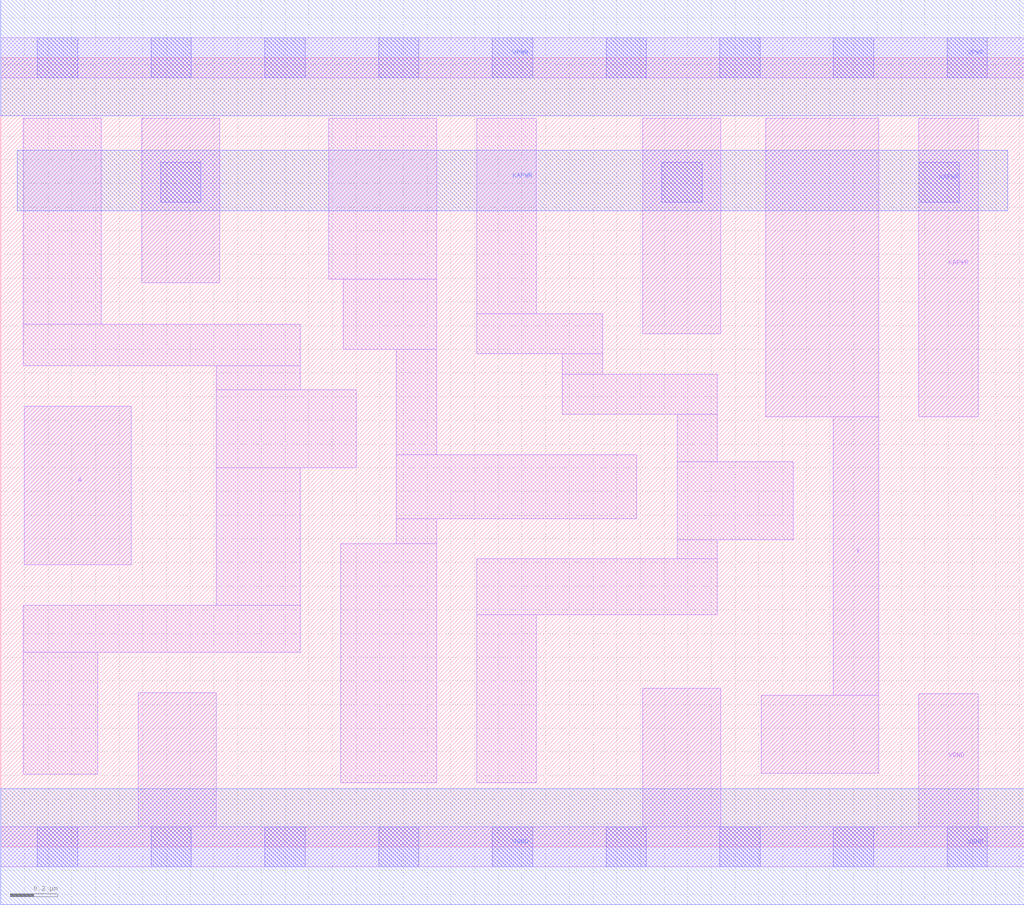
<source format=lef>
# Copyright 2020 The SkyWater PDK Authors
#
# Licensed under the Apache License, Version 2.0 (the "License");
# you may not use this file except in compliance with the License.
# You may obtain a copy of the License at
#
#     https://www.apache.org/licenses/LICENSE-2.0
#
# Unless required by applicable law or agreed to in writing, software
# distributed under the License is distributed on an "AS IS" BASIS,
# WITHOUT WARRANTIES OR CONDITIONS OF ANY KIND, either express or implied.
# See the License for the specific language governing permissions and
# limitations under the License.
#
# SPDX-License-Identifier: Apache-2.0

VERSION 5.7 ;
  NAMESCASESENSITIVE ON ;
  NOWIREEXTENSIONATPIN ON ;
  DIVIDERCHAR "/" ;
  BUSBITCHARS "[]" ;
UNITS
  DATABASE MICRONS 200 ;
END UNITS
MACRO sky130_fd_sc_lp__dlybuf4s15kapwr_2
  CLASS CORE ;
  SOURCE USER ;
  FOREIGN sky130_fd_sc_lp__dlybuf4s15kapwr_2 ;
  ORIGIN  0.000000  0.000000 ;
  SIZE  4.320000 BY  3.330000 ;
  SYMMETRY X Y ;
  SITE unit ;
  PIN A
    ANTENNAGATEAREA  0.252000 ;
    DIRECTION INPUT ;
    USE SIGNAL ;
    PORT
      LAYER li1 ;
        RECT 0.100000 1.190000 0.550000 1.860000 ;
    END
  END A
  PIN X
    ANTENNADIFFAREA  0.470400 ;
    DIRECTION OUTPUT ;
    USE SIGNAL ;
    PORT
      LAYER li1 ;
        RECT 3.210000 0.310000 3.705000 0.640000 ;
        RECT 3.230000 1.815000 3.705000 3.075000 ;
        RECT 3.515000 0.640000 3.705000 1.815000 ;
    END
  END X
  PIN KAPWR
    DIRECTION INOUT ;
    USE POWER ;
    PORT
      LAYER li1 ;
        RECT 0.595000 2.380000 0.925000 3.075000 ;
        RECT 2.710000 2.165000 3.040000 3.075000 ;
        RECT 3.875000 1.815000 4.125000 3.075000 ;
      LAYER mcon ;
        RECT 0.675000 2.720000 0.845000 2.890000 ;
        RECT 2.790000 2.720000 2.960000 2.890000 ;
        RECT 3.875000 2.720000 4.045000 2.890000 ;
      LAYER met1 ;
        RECT 0.070000 2.685000 4.250000 2.940000 ;
    END
  END KAPWR
  PIN VGND
    DIRECTION INOUT ;
    USE GROUND ;
    PORT
      LAYER li1 ;
        RECT 0.000000 -0.085000 4.320000 0.085000 ;
        RECT 0.580000  0.085000 0.910000 0.650000 ;
        RECT 2.710000  0.085000 3.040000 0.670000 ;
        RECT 3.875000  0.085000 4.125000 0.645000 ;
      LAYER mcon ;
        RECT 0.155000 -0.085000 0.325000 0.085000 ;
        RECT 0.635000 -0.085000 0.805000 0.085000 ;
        RECT 1.115000 -0.085000 1.285000 0.085000 ;
        RECT 1.595000 -0.085000 1.765000 0.085000 ;
        RECT 2.075000 -0.085000 2.245000 0.085000 ;
        RECT 2.555000 -0.085000 2.725000 0.085000 ;
        RECT 3.035000 -0.085000 3.205000 0.085000 ;
        RECT 3.515000 -0.085000 3.685000 0.085000 ;
        RECT 3.995000 -0.085000 4.165000 0.085000 ;
      LAYER met1 ;
        RECT 0.000000 -0.245000 4.320000 0.245000 ;
    END
  END VGND
  PIN VPWR
    DIRECTION INOUT ;
    USE POWER ;
    PORT
      LAYER li1 ;
        RECT 0.000000 3.245000 4.320000 3.415000 ;
      LAYER mcon ;
        RECT 0.155000 3.245000 0.325000 3.415000 ;
        RECT 0.635000 3.245000 0.805000 3.415000 ;
        RECT 1.115000 3.245000 1.285000 3.415000 ;
        RECT 1.595000 3.245000 1.765000 3.415000 ;
        RECT 2.075000 3.245000 2.245000 3.415000 ;
        RECT 2.555000 3.245000 2.725000 3.415000 ;
        RECT 3.035000 3.245000 3.205000 3.415000 ;
        RECT 3.515000 3.245000 3.685000 3.415000 ;
        RECT 3.995000 3.245000 4.165000 3.415000 ;
      LAYER met1 ;
        RECT 0.000000 3.085000 4.320000 3.575000 ;
    END
  END VPWR
  OBS
    LAYER li1 ;
      RECT 0.095000 0.305000 0.410000 0.820000 ;
      RECT 0.095000 0.820000 1.265000 1.020000 ;
      RECT 0.095000 2.030000 1.265000 2.205000 ;
      RECT 0.095000 2.205000 0.425000 3.075000 ;
      RECT 0.910000 1.020000 1.265000 1.600000 ;
      RECT 0.910000 1.600000 1.500000 1.930000 ;
      RECT 0.910000 1.930000 1.265000 2.030000 ;
      RECT 1.385000 2.395000 1.840000 3.075000 ;
      RECT 1.435000 0.270000 1.840000 1.280000 ;
      RECT 1.445000 2.100000 1.840000 2.395000 ;
      RECT 1.670000 1.280000 1.840000 1.385000 ;
      RECT 1.670000 1.385000 2.685000 1.655000 ;
      RECT 1.670000 1.655000 1.840000 2.100000 ;
      RECT 2.010000 0.270000 2.260000 0.980000 ;
      RECT 2.010000 0.980000 3.025000 1.215000 ;
      RECT 2.010000 2.080000 2.540000 2.250000 ;
      RECT 2.010000 2.250000 2.260000 3.075000 ;
      RECT 2.370000 1.825000 3.025000 1.995000 ;
      RECT 2.370000 1.995000 2.540000 2.080000 ;
      RECT 2.855000 1.215000 3.025000 1.295000 ;
      RECT 2.855000 1.295000 3.345000 1.625000 ;
      RECT 2.855000 1.625000 3.025000 1.825000 ;
  END
END sky130_fd_sc_lp__dlybuf4s15kapwr_2

</source>
